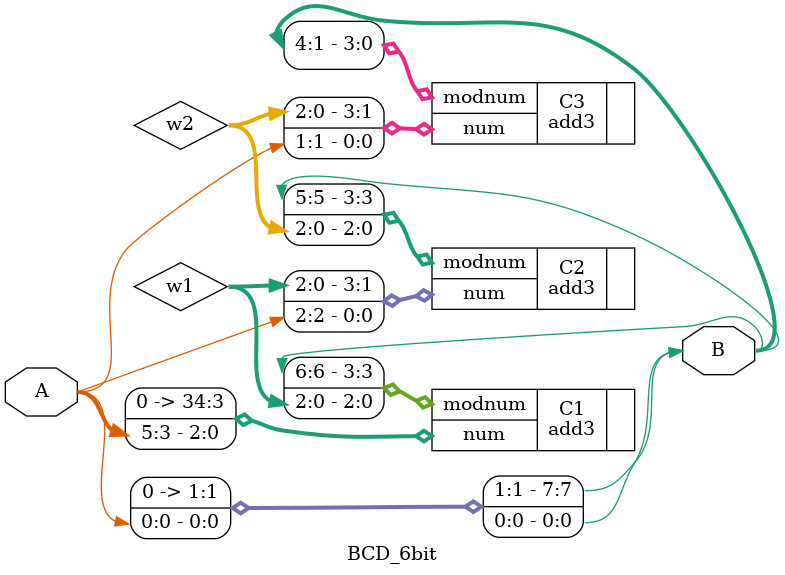
<source format=sv>
`timescale 1ns / 1ps


module BCD_6bit(
    input [5:0] A,
    output [7:0] B
    );
    
    wire [2:0] w1, w2;
    
    add3 C1(
        .num({ 0, A[5:3] }),
        .modnum({ B[6], w1[2:0] })
    );
    
    add3 C2(
        .num({ w1[2:0], A[2] }),
        .modnum({ B[5], w2[2:0]})
    );
            
    add3 C3(
        .num({ w2[2:0], A[1] }),
        .modnum({ B[4:1]})
    );
    
    assign B[7] = 0;
    assign B[0] = A[0];
    
endmodule

</source>
